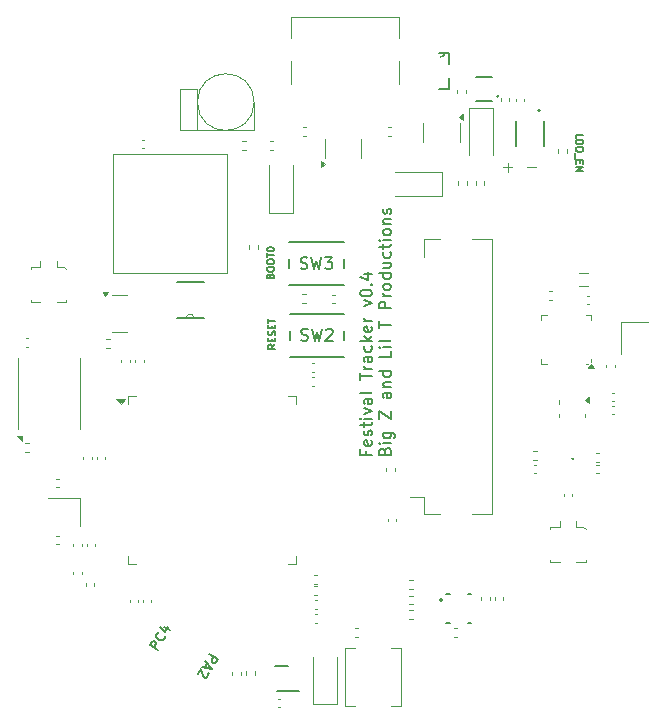
<source format=gbr>
%TF.GenerationSoftware,KiCad,Pcbnew,8.0.1*%
%TF.CreationDate,2024-09-23T16:13:28-04:00*%
%TF.ProjectId,stm32h7,73746d33-3268-4372-9e6b-696361645f70,rev?*%
%TF.SameCoordinates,Original*%
%TF.FileFunction,Legend,Top*%
%TF.FilePolarity,Positive*%
%FSLAX46Y46*%
G04 Gerber Fmt 4.6, Leading zero omitted, Abs format (unit mm)*
G04 Created by KiCad (PCBNEW 8.0.1) date 2024-09-23 16:13:28*
%MOMM*%
%LPD*%
G01*
G04 APERTURE LIST*
%ADD10C,0.150000*%
%ADD11C,0.200000*%
%ADD12C,0.100000*%
%ADD13C,0.152400*%
%ADD14C,0.120000*%
%ADD15C,0.127000*%
G04 APERTURE END LIST*
D10*
X114203037Y-95096727D02*
X113510216Y-94696727D01*
X113510216Y-94696727D02*
X113662597Y-94432795D01*
X113662597Y-94432795D02*
X113733684Y-94385860D01*
X113733684Y-94385860D02*
X113785723Y-94371916D01*
X113785723Y-94371916D02*
X113870753Y-94377020D01*
X113870753Y-94377020D02*
X113969728Y-94434163D01*
X113969728Y-94434163D02*
X114016663Y-94505250D01*
X114016663Y-94505250D02*
X114030607Y-94557289D01*
X114030607Y-94557289D02*
X114025503Y-94642319D01*
X114025503Y-94642319D02*
X113873122Y-94906251D01*
X114765625Y-93969914D02*
X114779569Y-94021953D01*
X114779569Y-94021953D02*
X114755418Y-94139975D01*
X114755418Y-94139975D02*
X114717322Y-94205958D01*
X114717322Y-94205958D02*
X114627188Y-94285885D01*
X114627188Y-94285885D02*
X114523110Y-94313772D01*
X114523110Y-94313772D02*
X114438079Y-94308669D01*
X114438079Y-94308669D02*
X114287066Y-94265470D01*
X114287066Y-94265470D02*
X114188092Y-94208327D01*
X114188092Y-94208327D02*
X114075173Y-94099145D01*
X114075173Y-94099145D02*
X114028238Y-94028058D01*
X114028238Y-94028058D02*
X114000351Y-93923980D01*
X114000351Y-93923980D02*
X114024502Y-93805958D01*
X114024502Y-93805958D02*
X114062597Y-93739975D01*
X114062597Y-93739975D02*
X114152732Y-93660048D01*
X114152732Y-93660048D02*
X114204771Y-93646105D01*
X114712585Y-93147497D02*
X115174465Y-93414163D01*
X114353415Y-93160073D02*
X114753049Y-93610745D01*
X114753049Y-93610745D02*
X115000668Y-93181856D01*
X118546962Y-95503272D02*
X119239783Y-95903272D01*
X119239783Y-95903272D02*
X119087402Y-96167204D01*
X119087402Y-96167204D02*
X119016315Y-96214139D01*
X119016315Y-96214139D02*
X118964276Y-96228083D01*
X118964276Y-96228083D02*
X118879246Y-96222979D01*
X118879246Y-96222979D02*
X118780271Y-96165836D01*
X118780271Y-96165836D02*
X118733336Y-96094749D01*
X118733336Y-96094749D02*
X118719392Y-96042710D01*
X118719392Y-96042710D02*
X118724496Y-95957680D01*
X118724496Y-95957680D02*
X118876877Y-95693748D01*
X118363959Y-96277387D02*
X118173483Y-96607301D01*
X118204105Y-96097118D02*
X118763592Y-96728058D01*
X118763592Y-96728058D02*
X117937439Y-96558998D01*
X118449990Y-97118851D02*
X118463934Y-97170890D01*
X118463934Y-97170890D02*
X118458830Y-97255921D01*
X118458830Y-97255921D02*
X118363592Y-97420878D01*
X118363592Y-97420878D02*
X118292506Y-97467813D01*
X118292506Y-97467813D02*
X118240467Y-97481757D01*
X118240467Y-97481757D02*
X118155436Y-97476653D01*
X118155436Y-97476653D02*
X118089453Y-97438558D01*
X118089453Y-97438558D02*
X118009527Y-97348424D01*
X118009527Y-97348424D02*
X117842201Y-96723955D01*
X117842201Y-96723955D02*
X117594582Y-97152844D01*
X123704485Y-63458458D02*
X123733057Y-63372744D01*
X123733057Y-63372744D02*
X123761628Y-63344173D01*
X123761628Y-63344173D02*
X123818771Y-63315601D01*
X123818771Y-63315601D02*
X123904485Y-63315601D01*
X123904485Y-63315601D02*
X123961628Y-63344173D01*
X123961628Y-63344173D02*
X123990200Y-63372744D01*
X123990200Y-63372744D02*
X124018771Y-63429887D01*
X124018771Y-63429887D02*
X124018771Y-63658458D01*
X124018771Y-63658458D02*
X123418771Y-63658458D01*
X123418771Y-63658458D02*
X123418771Y-63458458D01*
X123418771Y-63458458D02*
X123447342Y-63401316D01*
X123447342Y-63401316D02*
X123475914Y-63372744D01*
X123475914Y-63372744D02*
X123533057Y-63344173D01*
X123533057Y-63344173D02*
X123590200Y-63344173D01*
X123590200Y-63344173D02*
X123647342Y-63372744D01*
X123647342Y-63372744D02*
X123675914Y-63401316D01*
X123675914Y-63401316D02*
X123704485Y-63458458D01*
X123704485Y-63458458D02*
X123704485Y-63658458D01*
X123418771Y-62944173D02*
X123418771Y-62829887D01*
X123418771Y-62829887D02*
X123447342Y-62772744D01*
X123447342Y-62772744D02*
X123504485Y-62715601D01*
X123504485Y-62715601D02*
X123618771Y-62687030D01*
X123618771Y-62687030D02*
X123818771Y-62687030D01*
X123818771Y-62687030D02*
X123933057Y-62715601D01*
X123933057Y-62715601D02*
X123990200Y-62772744D01*
X123990200Y-62772744D02*
X124018771Y-62829887D01*
X124018771Y-62829887D02*
X124018771Y-62944173D01*
X124018771Y-62944173D02*
X123990200Y-63001316D01*
X123990200Y-63001316D02*
X123933057Y-63058458D01*
X123933057Y-63058458D02*
X123818771Y-63087030D01*
X123818771Y-63087030D02*
X123618771Y-63087030D01*
X123618771Y-63087030D02*
X123504485Y-63058458D01*
X123504485Y-63058458D02*
X123447342Y-63001316D01*
X123447342Y-63001316D02*
X123418771Y-62944173D01*
X123418771Y-62315602D02*
X123418771Y-62201316D01*
X123418771Y-62201316D02*
X123447342Y-62144173D01*
X123447342Y-62144173D02*
X123504485Y-62087030D01*
X123504485Y-62087030D02*
X123618771Y-62058459D01*
X123618771Y-62058459D02*
X123818771Y-62058459D01*
X123818771Y-62058459D02*
X123933057Y-62087030D01*
X123933057Y-62087030D02*
X123990200Y-62144173D01*
X123990200Y-62144173D02*
X124018771Y-62201316D01*
X124018771Y-62201316D02*
X124018771Y-62315602D01*
X124018771Y-62315602D02*
X123990200Y-62372745D01*
X123990200Y-62372745D02*
X123933057Y-62429887D01*
X123933057Y-62429887D02*
X123818771Y-62458459D01*
X123818771Y-62458459D02*
X123618771Y-62458459D01*
X123618771Y-62458459D02*
X123504485Y-62429887D01*
X123504485Y-62429887D02*
X123447342Y-62372745D01*
X123447342Y-62372745D02*
X123418771Y-62315602D01*
X123418771Y-61887031D02*
X123418771Y-61544174D01*
X124018771Y-61715602D02*
X123418771Y-61715602D01*
X123418771Y-61229888D02*
X123418771Y-61172745D01*
X123418771Y-61172745D02*
X123447342Y-61115602D01*
X123447342Y-61115602D02*
X123475914Y-61087031D01*
X123475914Y-61087031D02*
X123533057Y-61058459D01*
X123533057Y-61058459D02*
X123647342Y-61029888D01*
X123647342Y-61029888D02*
X123790200Y-61029888D01*
X123790200Y-61029888D02*
X123904485Y-61058459D01*
X123904485Y-61058459D02*
X123961628Y-61087031D01*
X123961628Y-61087031D02*
X123990200Y-61115602D01*
X123990200Y-61115602D02*
X124018771Y-61172745D01*
X124018771Y-61172745D02*
X124018771Y-61229888D01*
X124018771Y-61229888D02*
X123990200Y-61287031D01*
X123990200Y-61287031D02*
X123961628Y-61315602D01*
X123961628Y-61315602D02*
X123904485Y-61344173D01*
X123904485Y-61344173D02*
X123790200Y-61372745D01*
X123790200Y-61372745D02*
X123647342Y-61372745D01*
X123647342Y-61372745D02*
X123533057Y-61344173D01*
X123533057Y-61344173D02*
X123475914Y-61315602D01*
X123475914Y-61315602D02*
X123447342Y-61287031D01*
X123447342Y-61287031D02*
X123418771Y-61229888D01*
X124118771Y-69265601D02*
X123833057Y-69465601D01*
X124118771Y-69608458D02*
X123518771Y-69608458D01*
X123518771Y-69608458D02*
X123518771Y-69379887D01*
X123518771Y-69379887D02*
X123547342Y-69322744D01*
X123547342Y-69322744D02*
X123575914Y-69294173D01*
X123575914Y-69294173D02*
X123633057Y-69265601D01*
X123633057Y-69265601D02*
X123718771Y-69265601D01*
X123718771Y-69265601D02*
X123775914Y-69294173D01*
X123775914Y-69294173D02*
X123804485Y-69322744D01*
X123804485Y-69322744D02*
X123833057Y-69379887D01*
X123833057Y-69379887D02*
X123833057Y-69608458D01*
X123804485Y-69008458D02*
X123804485Y-68808458D01*
X124118771Y-68722744D02*
X124118771Y-69008458D01*
X124118771Y-69008458D02*
X123518771Y-69008458D01*
X123518771Y-69008458D02*
X123518771Y-68722744D01*
X124090200Y-68494173D02*
X124118771Y-68408459D01*
X124118771Y-68408459D02*
X124118771Y-68265601D01*
X124118771Y-68265601D02*
X124090200Y-68208459D01*
X124090200Y-68208459D02*
X124061628Y-68179887D01*
X124061628Y-68179887D02*
X124004485Y-68151316D01*
X124004485Y-68151316D02*
X123947342Y-68151316D01*
X123947342Y-68151316D02*
X123890200Y-68179887D01*
X123890200Y-68179887D02*
X123861628Y-68208459D01*
X123861628Y-68208459D02*
X123833057Y-68265601D01*
X123833057Y-68265601D02*
X123804485Y-68379887D01*
X123804485Y-68379887D02*
X123775914Y-68437030D01*
X123775914Y-68437030D02*
X123747342Y-68465601D01*
X123747342Y-68465601D02*
X123690200Y-68494173D01*
X123690200Y-68494173D02*
X123633057Y-68494173D01*
X123633057Y-68494173D02*
X123575914Y-68465601D01*
X123575914Y-68465601D02*
X123547342Y-68437030D01*
X123547342Y-68437030D02*
X123518771Y-68379887D01*
X123518771Y-68379887D02*
X123518771Y-68237030D01*
X123518771Y-68237030D02*
X123547342Y-68151316D01*
X123804485Y-67894172D02*
X123804485Y-67694172D01*
X124118771Y-67608458D02*
X124118771Y-67894172D01*
X124118771Y-67894172D02*
X123518771Y-67894172D01*
X123518771Y-67894172D02*
X123518771Y-67608458D01*
X123518771Y-67437030D02*
X123518771Y-67094173D01*
X124118771Y-67265601D02*
X123518771Y-67265601D01*
X149581228Y-51777255D02*
X149581228Y-51491541D01*
X149581228Y-51491541D02*
X150181228Y-51491541D01*
X149581228Y-51977255D02*
X150181228Y-51977255D01*
X150181228Y-51977255D02*
X150181228Y-52120112D01*
X150181228Y-52120112D02*
X150152657Y-52205826D01*
X150152657Y-52205826D02*
X150095514Y-52262969D01*
X150095514Y-52262969D02*
X150038371Y-52291540D01*
X150038371Y-52291540D02*
X149924085Y-52320112D01*
X149924085Y-52320112D02*
X149838371Y-52320112D01*
X149838371Y-52320112D02*
X149724085Y-52291540D01*
X149724085Y-52291540D02*
X149666942Y-52262969D01*
X149666942Y-52262969D02*
X149609800Y-52205826D01*
X149609800Y-52205826D02*
X149581228Y-52120112D01*
X149581228Y-52120112D02*
X149581228Y-51977255D01*
X150181228Y-52691540D02*
X150181228Y-52805826D01*
X150181228Y-52805826D02*
X150152657Y-52862969D01*
X150152657Y-52862969D02*
X150095514Y-52920112D01*
X150095514Y-52920112D02*
X149981228Y-52948683D01*
X149981228Y-52948683D02*
X149781228Y-52948683D01*
X149781228Y-52948683D02*
X149666942Y-52920112D01*
X149666942Y-52920112D02*
X149609800Y-52862969D01*
X149609800Y-52862969D02*
X149581228Y-52805826D01*
X149581228Y-52805826D02*
X149581228Y-52691540D01*
X149581228Y-52691540D02*
X149609800Y-52634398D01*
X149609800Y-52634398D02*
X149666942Y-52577255D01*
X149666942Y-52577255D02*
X149781228Y-52548683D01*
X149781228Y-52548683D02*
X149981228Y-52548683D01*
X149981228Y-52548683D02*
X150095514Y-52577255D01*
X150095514Y-52577255D02*
X150152657Y-52634398D01*
X150152657Y-52634398D02*
X150181228Y-52691540D01*
X149524085Y-53062969D02*
X149524085Y-53520111D01*
X149895514Y-53662969D02*
X149895514Y-53862969D01*
X149581228Y-53948683D02*
X149581228Y-53662969D01*
X149581228Y-53662969D02*
X150181228Y-53662969D01*
X150181228Y-53662969D02*
X150181228Y-53948683D01*
X149581228Y-54205826D02*
X150181228Y-54205826D01*
X150181228Y-54205826D02*
X149581228Y-54548683D01*
X149581228Y-54548683D02*
X150181228Y-54548683D01*
D11*
X131783465Y-78296993D02*
X131783465Y-78630326D01*
X132307275Y-78630326D02*
X131307275Y-78630326D01*
X131307275Y-78630326D02*
X131307275Y-78154136D01*
X132259656Y-77392231D02*
X132307275Y-77487469D01*
X132307275Y-77487469D02*
X132307275Y-77677945D01*
X132307275Y-77677945D02*
X132259656Y-77773183D01*
X132259656Y-77773183D02*
X132164417Y-77820802D01*
X132164417Y-77820802D02*
X131783465Y-77820802D01*
X131783465Y-77820802D02*
X131688227Y-77773183D01*
X131688227Y-77773183D02*
X131640608Y-77677945D01*
X131640608Y-77677945D02*
X131640608Y-77487469D01*
X131640608Y-77487469D02*
X131688227Y-77392231D01*
X131688227Y-77392231D02*
X131783465Y-77344612D01*
X131783465Y-77344612D02*
X131878703Y-77344612D01*
X131878703Y-77344612D02*
X131973941Y-77820802D01*
X132259656Y-76963659D02*
X132307275Y-76868421D01*
X132307275Y-76868421D02*
X132307275Y-76677945D01*
X132307275Y-76677945D02*
X132259656Y-76582707D01*
X132259656Y-76582707D02*
X132164417Y-76535088D01*
X132164417Y-76535088D02*
X132116798Y-76535088D01*
X132116798Y-76535088D02*
X132021560Y-76582707D01*
X132021560Y-76582707D02*
X131973941Y-76677945D01*
X131973941Y-76677945D02*
X131973941Y-76820802D01*
X131973941Y-76820802D02*
X131926322Y-76916040D01*
X131926322Y-76916040D02*
X131831084Y-76963659D01*
X131831084Y-76963659D02*
X131783465Y-76963659D01*
X131783465Y-76963659D02*
X131688227Y-76916040D01*
X131688227Y-76916040D02*
X131640608Y-76820802D01*
X131640608Y-76820802D02*
X131640608Y-76677945D01*
X131640608Y-76677945D02*
X131688227Y-76582707D01*
X131640608Y-76249373D02*
X131640608Y-75868421D01*
X131307275Y-76106516D02*
X132164417Y-76106516D01*
X132164417Y-76106516D02*
X132259656Y-76058897D01*
X132259656Y-76058897D02*
X132307275Y-75963659D01*
X132307275Y-75963659D02*
X132307275Y-75868421D01*
X132307275Y-75535087D02*
X131640608Y-75535087D01*
X131307275Y-75535087D02*
X131354894Y-75582706D01*
X131354894Y-75582706D02*
X131402513Y-75535087D01*
X131402513Y-75535087D02*
X131354894Y-75487468D01*
X131354894Y-75487468D02*
X131307275Y-75535087D01*
X131307275Y-75535087D02*
X131402513Y-75535087D01*
X131640608Y-75154135D02*
X132307275Y-74916040D01*
X132307275Y-74916040D02*
X131640608Y-74677945D01*
X132307275Y-73868421D02*
X131783465Y-73868421D01*
X131783465Y-73868421D02*
X131688227Y-73916040D01*
X131688227Y-73916040D02*
X131640608Y-74011278D01*
X131640608Y-74011278D02*
X131640608Y-74201754D01*
X131640608Y-74201754D02*
X131688227Y-74296992D01*
X132259656Y-73868421D02*
X132307275Y-73963659D01*
X132307275Y-73963659D02*
X132307275Y-74201754D01*
X132307275Y-74201754D02*
X132259656Y-74296992D01*
X132259656Y-74296992D02*
X132164417Y-74344611D01*
X132164417Y-74344611D02*
X132069179Y-74344611D01*
X132069179Y-74344611D02*
X131973941Y-74296992D01*
X131973941Y-74296992D02*
X131926322Y-74201754D01*
X131926322Y-74201754D02*
X131926322Y-73963659D01*
X131926322Y-73963659D02*
X131878703Y-73868421D01*
X132307275Y-73249373D02*
X132259656Y-73344611D01*
X132259656Y-73344611D02*
X132164417Y-73392230D01*
X132164417Y-73392230D02*
X131307275Y-73392230D01*
X131307275Y-72249372D02*
X131307275Y-71677944D01*
X132307275Y-71963658D02*
X131307275Y-71963658D01*
X132307275Y-71344610D02*
X131640608Y-71344610D01*
X131831084Y-71344610D02*
X131735846Y-71296991D01*
X131735846Y-71296991D02*
X131688227Y-71249372D01*
X131688227Y-71249372D02*
X131640608Y-71154134D01*
X131640608Y-71154134D02*
X131640608Y-71058896D01*
X132307275Y-70296991D02*
X131783465Y-70296991D01*
X131783465Y-70296991D02*
X131688227Y-70344610D01*
X131688227Y-70344610D02*
X131640608Y-70439848D01*
X131640608Y-70439848D02*
X131640608Y-70630324D01*
X131640608Y-70630324D02*
X131688227Y-70725562D01*
X132259656Y-70296991D02*
X132307275Y-70392229D01*
X132307275Y-70392229D02*
X132307275Y-70630324D01*
X132307275Y-70630324D02*
X132259656Y-70725562D01*
X132259656Y-70725562D02*
X132164417Y-70773181D01*
X132164417Y-70773181D02*
X132069179Y-70773181D01*
X132069179Y-70773181D02*
X131973941Y-70725562D01*
X131973941Y-70725562D02*
X131926322Y-70630324D01*
X131926322Y-70630324D02*
X131926322Y-70392229D01*
X131926322Y-70392229D02*
X131878703Y-70296991D01*
X132259656Y-69392229D02*
X132307275Y-69487467D01*
X132307275Y-69487467D02*
X132307275Y-69677943D01*
X132307275Y-69677943D02*
X132259656Y-69773181D01*
X132259656Y-69773181D02*
X132212036Y-69820800D01*
X132212036Y-69820800D02*
X132116798Y-69868419D01*
X132116798Y-69868419D02*
X131831084Y-69868419D01*
X131831084Y-69868419D02*
X131735846Y-69820800D01*
X131735846Y-69820800D02*
X131688227Y-69773181D01*
X131688227Y-69773181D02*
X131640608Y-69677943D01*
X131640608Y-69677943D02*
X131640608Y-69487467D01*
X131640608Y-69487467D02*
X131688227Y-69392229D01*
X132307275Y-68963657D02*
X131307275Y-68963657D01*
X131926322Y-68868419D02*
X132307275Y-68582705D01*
X131640608Y-68582705D02*
X132021560Y-68963657D01*
X132259656Y-67773181D02*
X132307275Y-67868419D01*
X132307275Y-67868419D02*
X132307275Y-68058895D01*
X132307275Y-68058895D02*
X132259656Y-68154133D01*
X132259656Y-68154133D02*
X132164417Y-68201752D01*
X132164417Y-68201752D02*
X131783465Y-68201752D01*
X131783465Y-68201752D02*
X131688227Y-68154133D01*
X131688227Y-68154133D02*
X131640608Y-68058895D01*
X131640608Y-68058895D02*
X131640608Y-67868419D01*
X131640608Y-67868419D02*
X131688227Y-67773181D01*
X131688227Y-67773181D02*
X131783465Y-67725562D01*
X131783465Y-67725562D02*
X131878703Y-67725562D01*
X131878703Y-67725562D02*
X131973941Y-68201752D01*
X132307275Y-67296990D02*
X131640608Y-67296990D01*
X131831084Y-67296990D02*
X131735846Y-67249371D01*
X131735846Y-67249371D02*
X131688227Y-67201752D01*
X131688227Y-67201752D02*
X131640608Y-67106514D01*
X131640608Y-67106514D02*
X131640608Y-67011276D01*
X131640608Y-66011275D02*
X132307275Y-65773180D01*
X132307275Y-65773180D02*
X131640608Y-65535085D01*
X131307275Y-64963656D02*
X131307275Y-64868418D01*
X131307275Y-64868418D02*
X131354894Y-64773180D01*
X131354894Y-64773180D02*
X131402513Y-64725561D01*
X131402513Y-64725561D02*
X131497751Y-64677942D01*
X131497751Y-64677942D02*
X131688227Y-64630323D01*
X131688227Y-64630323D02*
X131926322Y-64630323D01*
X131926322Y-64630323D02*
X132116798Y-64677942D01*
X132116798Y-64677942D02*
X132212036Y-64725561D01*
X132212036Y-64725561D02*
X132259656Y-64773180D01*
X132259656Y-64773180D02*
X132307275Y-64868418D01*
X132307275Y-64868418D02*
X132307275Y-64963656D01*
X132307275Y-64963656D02*
X132259656Y-65058894D01*
X132259656Y-65058894D02*
X132212036Y-65106513D01*
X132212036Y-65106513D02*
X132116798Y-65154132D01*
X132116798Y-65154132D02*
X131926322Y-65201751D01*
X131926322Y-65201751D02*
X131688227Y-65201751D01*
X131688227Y-65201751D02*
X131497751Y-65154132D01*
X131497751Y-65154132D02*
X131402513Y-65106513D01*
X131402513Y-65106513D02*
X131354894Y-65058894D01*
X131354894Y-65058894D02*
X131307275Y-64963656D01*
X132212036Y-64201751D02*
X132259656Y-64154132D01*
X132259656Y-64154132D02*
X132307275Y-64201751D01*
X132307275Y-64201751D02*
X132259656Y-64249370D01*
X132259656Y-64249370D02*
X132212036Y-64201751D01*
X132212036Y-64201751D02*
X132307275Y-64201751D01*
X131640608Y-63296990D02*
X132307275Y-63296990D01*
X131259656Y-63535085D02*
X131973941Y-63773180D01*
X131973941Y-63773180D02*
X131973941Y-63154133D01*
X133393409Y-78296993D02*
X133441028Y-78154136D01*
X133441028Y-78154136D02*
X133488647Y-78106517D01*
X133488647Y-78106517D02*
X133583885Y-78058898D01*
X133583885Y-78058898D02*
X133726742Y-78058898D01*
X133726742Y-78058898D02*
X133821980Y-78106517D01*
X133821980Y-78106517D02*
X133869600Y-78154136D01*
X133869600Y-78154136D02*
X133917219Y-78249374D01*
X133917219Y-78249374D02*
X133917219Y-78630326D01*
X133917219Y-78630326D02*
X132917219Y-78630326D01*
X132917219Y-78630326D02*
X132917219Y-78296993D01*
X132917219Y-78296993D02*
X132964838Y-78201755D01*
X132964838Y-78201755D02*
X133012457Y-78154136D01*
X133012457Y-78154136D02*
X133107695Y-78106517D01*
X133107695Y-78106517D02*
X133202933Y-78106517D01*
X133202933Y-78106517D02*
X133298171Y-78154136D01*
X133298171Y-78154136D02*
X133345790Y-78201755D01*
X133345790Y-78201755D02*
X133393409Y-78296993D01*
X133393409Y-78296993D02*
X133393409Y-78630326D01*
X133917219Y-77630326D02*
X133250552Y-77630326D01*
X132917219Y-77630326D02*
X132964838Y-77677945D01*
X132964838Y-77677945D02*
X133012457Y-77630326D01*
X133012457Y-77630326D02*
X132964838Y-77582707D01*
X132964838Y-77582707D02*
X132917219Y-77630326D01*
X132917219Y-77630326D02*
X133012457Y-77630326D01*
X133250552Y-76725565D02*
X134060076Y-76725565D01*
X134060076Y-76725565D02*
X134155314Y-76773184D01*
X134155314Y-76773184D02*
X134202933Y-76820803D01*
X134202933Y-76820803D02*
X134250552Y-76916041D01*
X134250552Y-76916041D02*
X134250552Y-77058898D01*
X134250552Y-77058898D02*
X134202933Y-77154136D01*
X133869600Y-76725565D02*
X133917219Y-76820803D01*
X133917219Y-76820803D02*
X133917219Y-77011279D01*
X133917219Y-77011279D02*
X133869600Y-77106517D01*
X133869600Y-77106517D02*
X133821980Y-77154136D01*
X133821980Y-77154136D02*
X133726742Y-77201755D01*
X133726742Y-77201755D02*
X133441028Y-77201755D01*
X133441028Y-77201755D02*
X133345790Y-77154136D01*
X133345790Y-77154136D02*
X133298171Y-77106517D01*
X133298171Y-77106517D02*
X133250552Y-77011279D01*
X133250552Y-77011279D02*
X133250552Y-76820803D01*
X133250552Y-76820803D02*
X133298171Y-76725565D01*
X132917219Y-75582707D02*
X132917219Y-74916041D01*
X132917219Y-74916041D02*
X133917219Y-75582707D01*
X133917219Y-75582707D02*
X133917219Y-74916041D01*
X133917219Y-73344612D02*
X133393409Y-73344612D01*
X133393409Y-73344612D02*
X133298171Y-73392231D01*
X133298171Y-73392231D02*
X133250552Y-73487469D01*
X133250552Y-73487469D02*
X133250552Y-73677945D01*
X133250552Y-73677945D02*
X133298171Y-73773183D01*
X133869600Y-73344612D02*
X133917219Y-73439850D01*
X133917219Y-73439850D02*
X133917219Y-73677945D01*
X133917219Y-73677945D02*
X133869600Y-73773183D01*
X133869600Y-73773183D02*
X133774361Y-73820802D01*
X133774361Y-73820802D02*
X133679123Y-73820802D01*
X133679123Y-73820802D02*
X133583885Y-73773183D01*
X133583885Y-73773183D02*
X133536266Y-73677945D01*
X133536266Y-73677945D02*
X133536266Y-73439850D01*
X133536266Y-73439850D02*
X133488647Y-73344612D01*
X133250552Y-72868421D02*
X133917219Y-72868421D01*
X133345790Y-72868421D02*
X133298171Y-72820802D01*
X133298171Y-72820802D02*
X133250552Y-72725564D01*
X133250552Y-72725564D02*
X133250552Y-72582707D01*
X133250552Y-72582707D02*
X133298171Y-72487469D01*
X133298171Y-72487469D02*
X133393409Y-72439850D01*
X133393409Y-72439850D02*
X133917219Y-72439850D01*
X133917219Y-71535088D02*
X132917219Y-71535088D01*
X133869600Y-71535088D02*
X133917219Y-71630326D01*
X133917219Y-71630326D02*
X133917219Y-71820802D01*
X133917219Y-71820802D02*
X133869600Y-71916040D01*
X133869600Y-71916040D02*
X133821980Y-71963659D01*
X133821980Y-71963659D02*
X133726742Y-72011278D01*
X133726742Y-72011278D02*
X133441028Y-72011278D01*
X133441028Y-72011278D02*
X133345790Y-71963659D01*
X133345790Y-71963659D02*
X133298171Y-71916040D01*
X133298171Y-71916040D02*
X133250552Y-71820802D01*
X133250552Y-71820802D02*
X133250552Y-71630326D01*
X133250552Y-71630326D02*
X133298171Y-71535088D01*
X133917219Y-69820802D02*
X133917219Y-70296992D01*
X133917219Y-70296992D02*
X132917219Y-70296992D01*
X133917219Y-69487468D02*
X133250552Y-69487468D01*
X132917219Y-69487468D02*
X132964838Y-69535087D01*
X132964838Y-69535087D02*
X133012457Y-69487468D01*
X133012457Y-69487468D02*
X132964838Y-69439849D01*
X132964838Y-69439849D02*
X132917219Y-69487468D01*
X132917219Y-69487468D02*
X133012457Y-69487468D01*
X133917219Y-68868421D02*
X133869600Y-68963659D01*
X133869600Y-68963659D02*
X133774361Y-69011278D01*
X133774361Y-69011278D02*
X132917219Y-69011278D01*
X132917219Y-67868420D02*
X132917219Y-67296992D01*
X133917219Y-67582706D02*
X132917219Y-67582706D01*
X133917219Y-66201753D02*
X132917219Y-66201753D01*
X132917219Y-66201753D02*
X132917219Y-65820801D01*
X132917219Y-65820801D02*
X132964838Y-65725563D01*
X132964838Y-65725563D02*
X133012457Y-65677944D01*
X133012457Y-65677944D02*
X133107695Y-65630325D01*
X133107695Y-65630325D02*
X133250552Y-65630325D01*
X133250552Y-65630325D02*
X133345790Y-65677944D01*
X133345790Y-65677944D02*
X133393409Y-65725563D01*
X133393409Y-65725563D02*
X133441028Y-65820801D01*
X133441028Y-65820801D02*
X133441028Y-66201753D01*
X133917219Y-65201753D02*
X133250552Y-65201753D01*
X133441028Y-65201753D02*
X133345790Y-65154134D01*
X133345790Y-65154134D02*
X133298171Y-65106515D01*
X133298171Y-65106515D02*
X133250552Y-65011277D01*
X133250552Y-65011277D02*
X133250552Y-64916039D01*
X133917219Y-64439848D02*
X133869600Y-64535086D01*
X133869600Y-64535086D02*
X133821980Y-64582705D01*
X133821980Y-64582705D02*
X133726742Y-64630324D01*
X133726742Y-64630324D02*
X133441028Y-64630324D01*
X133441028Y-64630324D02*
X133345790Y-64582705D01*
X133345790Y-64582705D02*
X133298171Y-64535086D01*
X133298171Y-64535086D02*
X133250552Y-64439848D01*
X133250552Y-64439848D02*
X133250552Y-64296991D01*
X133250552Y-64296991D02*
X133298171Y-64201753D01*
X133298171Y-64201753D02*
X133345790Y-64154134D01*
X133345790Y-64154134D02*
X133441028Y-64106515D01*
X133441028Y-64106515D02*
X133726742Y-64106515D01*
X133726742Y-64106515D02*
X133821980Y-64154134D01*
X133821980Y-64154134D02*
X133869600Y-64201753D01*
X133869600Y-64201753D02*
X133917219Y-64296991D01*
X133917219Y-64296991D02*
X133917219Y-64439848D01*
X133917219Y-63249372D02*
X132917219Y-63249372D01*
X133869600Y-63249372D02*
X133917219Y-63344610D01*
X133917219Y-63344610D02*
X133917219Y-63535086D01*
X133917219Y-63535086D02*
X133869600Y-63630324D01*
X133869600Y-63630324D02*
X133821980Y-63677943D01*
X133821980Y-63677943D02*
X133726742Y-63725562D01*
X133726742Y-63725562D02*
X133441028Y-63725562D01*
X133441028Y-63725562D02*
X133345790Y-63677943D01*
X133345790Y-63677943D02*
X133298171Y-63630324D01*
X133298171Y-63630324D02*
X133250552Y-63535086D01*
X133250552Y-63535086D02*
X133250552Y-63344610D01*
X133250552Y-63344610D02*
X133298171Y-63249372D01*
X133250552Y-62344610D02*
X133917219Y-62344610D01*
X133250552Y-62773181D02*
X133774361Y-62773181D01*
X133774361Y-62773181D02*
X133869600Y-62725562D01*
X133869600Y-62725562D02*
X133917219Y-62630324D01*
X133917219Y-62630324D02*
X133917219Y-62487467D01*
X133917219Y-62487467D02*
X133869600Y-62392229D01*
X133869600Y-62392229D02*
X133821980Y-62344610D01*
X133869600Y-61439848D02*
X133917219Y-61535086D01*
X133917219Y-61535086D02*
X133917219Y-61725562D01*
X133917219Y-61725562D02*
X133869600Y-61820800D01*
X133869600Y-61820800D02*
X133821980Y-61868419D01*
X133821980Y-61868419D02*
X133726742Y-61916038D01*
X133726742Y-61916038D02*
X133441028Y-61916038D01*
X133441028Y-61916038D02*
X133345790Y-61868419D01*
X133345790Y-61868419D02*
X133298171Y-61820800D01*
X133298171Y-61820800D02*
X133250552Y-61725562D01*
X133250552Y-61725562D02*
X133250552Y-61535086D01*
X133250552Y-61535086D02*
X133298171Y-61439848D01*
X133250552Y-61154133D02*
X133250552Y-60773181D01*
X132917219Y-61011276D02*
X133774361Y-61011276D01*
X133774361Y-61011276D02*
X133869600Y-60963657D01*
X133869600Y-60963657D02*
X133917219Y-60868419D01*
X133917219Y-60868419D02*
X133917219Y-60773181D01*
X133917219Y-60439847D02*
X133250552Y-60439847D01*
X132917219Y-60439847D02*
X132964838Y-60487466D01*
X132964838Y-60487466D02*
X133012457Y-60439847D01*
X133012457Y-60439847D02*
X132964838Y-60392228D01*
X132964838Y-60392228D02*
X132917219Y-60439847D01*
X132917219Y-60439847D02*
X133012457Y-60439847D01*
X133917219Y-59820800D02*
X133869600Y-59916038D01*
X133869600Y-59916038D02*
X133821980Y-59963657D01*
X133821980Y-59963657D02*
X133726742Y-60011276D01*
X133726742Y-60011276D02*
X133441028Y-60011276D01*
X133441028Y-60011276D02*
X133345790Y-59963657D01*
X133345790Y-59963657D02*
X133298171Y-59916038D01*
X133298171Y-59916038D02*
X133250552Y-59820800D01*
X133250552Y-59820800D02*
X133250552Y-59677943D01*
X133250552Y-59677943D02*
X133298171Y-59582705D01*
X133298171Y-59582705D02*
X133345790Y-59535086D01*
X133345790Y-59535086D02*
X133441028Y-59487467D01*
X133441028Y-59487467D02*
X133726742Y-59487467D01*
X133726742Y-59487467D02*
X133821980Y-59535086D01*
X133821980Y-59535086D02*
X133869600Y-59582705D01*
X133869600Y-59582705D02*
X133917219Y-59677943D01*
X133917219Y-59677943D02*
X133917219Y-59820800D01*
X133250552Y-59058895D02*
X133917219Y-59058895D01*
X133345790Y-59058895D02*
X133298171Y-59011276D01*
X133298171Y-59011276D02*
X133250552Y-58916038D01*
X133250552Y-58916038D02*
X133250552Y-58773181D01*
X133250552Y-58773181D02*
X133298171Y-58677943D01*
X133298171Y-58677943D02*
X133393409Y-58630324D01*
X133393409Y-58630324D02*
X133917219Y-58630324D01*
X133869600Y-58201752D02*
X133917219Y-58106514D01*
X133917219Y-58106514D02*
X133917219Y-57916038D01*
X133917219Y-57916038D02*
X133869600Y-57820800D01*
X133869600Y-57820800D02*
X133774361Y-57773181D01*
X133774361Y-57773181D02*
X133726742Y-57773181D01*
X133726742Y-57773181D02*
X133631504Y-57820800D01*
X133631504Y-57820800D02*
X133583885Y-57916038D01*
X133583885Y-57916038D02*
X133583885Y-58058895D01*
X133583885Y-58058895D02*
X133536266Y-58154133D01*
X133536266Y-58154133D02*
X133441028Y-58201752D01*
X133441028Y-58201752D02*
X133393409Y-58201752D01*
X133393409Y-58201752D02*
X133298171Y-58154133D01*
X133298171Y-58154133D02*
X133250552Y-58058895D01*
X133250552Y-58058895D02*
X133250552Y-57916038D01*
X133250552Y-57916038D02*
X133298171Y-57820800D01*
D10*
X126316666Y-68898700D02*
X126459523Y-68946319D01*
X126459523Y-68946319D02*
X126697618Y-68946319D01*
X126697618Y-68946319D02*
X126792856Y-68898700D01*
X126792856Y-68898700D02*
X126840475Y-68851080D01*
X126840475Y-68851080D02*
X126888094Y-68755842D01*
X126888094Y-68755842D02*
X126888094Y-68660604D01*
X126888094Y-68660604D02*
X126840475Y-68565366D01*
X126840475Y-68565366D02*
X126792856Y-68517747D01*
X126792856Y-68517747D02*
X126697618Y-68470128D01*
X126697618Y-68470128D02*
X126507142Y-68422509D01*
X126507142Y-68422509D02*
X126411904Y-68374890D01*
X126411904Y-68374890D02*
X126364285Y-68327271D01*
X126364285Y-68327271D02*
X126316666Y-68232033D01*
X126316666Y-68232033D02*
X126316666Y-68136795D01*
X126316666Y-68136795D02*
X126364285Y-68041557D01*
X126364285Y-68041557D02*
X126411904Y-67993938D01*
X126411904Y-67993938D02*
X126507142Y-67946319D01*
X126507142Y-67946319D02*
X126745237Y-67946319D01*
X126745237Y-67946319D02*
X126888094Y-67993938D01*
X127221428Y-67946319D02*
X127459523Y-68946319D01*
X127459523Y-68946319D02*
X127649999Y-68232033D01*
X127649999Y-68232033D02*
X127840475Y-68946319D01*
X127840475Y-68946319D02*
X128078571Y-67946319D01*
X128411904Y-68041557D02*
X128459523Y-67993938D01*
X128459523Y-67993938D02*
X128554761Y-67946319D01*
X128554761Y-67946319D02*
X128792856Y-67946319D01*
X128792856Y-67946319D02*
X128888094Y-67993938D01*
X128888094Y-67993938D02*
X128935713Y-68041557D01*
X128935713Y-68041557D02*
X128983332Y-68136795D01*
X128983332Y-68136795D02*
X128983332Y-68232033D01*
X128983332Y-68232033D02*
X128935713Y-68374890D01*
X128935713Y-68374890D02*
X128364285Y-68946319D01*
X128364285Y-68946319D02*
X128983332Y-68946319D01*
X126266666Y-62832199D02*
X126409523Y-62879818D01*
X126409523Y-62879818D02*
X126647618Y-62879818D01*
X126647618Y-62879818D02*
X126742856Y-62832199D01*
X126742856Y-62832199D02*
X126790475Y-62784579D01*
X126790475Y-62784579D02*
X126838094Y-62689341D01*
X126838094Y-62689341D02*
X126838094Y-62594103D01*
X126838094Y-62594103D02*
X126790475Y-62498865D01*
X126790475Y-62498865D02*
X126742856Y-62451246D01*
X126742856Y-62451246D02*
X126647618Y-62403627D01*
X126647618Y-62403627D02*
X126457142Y-62356008D01*
X126457142Y-62356008D02*
X126361904Y-62308389D01*
X126361904Y-62308389D02*
X126314285Y-62260770D01*
X126314285Y-62260770D02*
X126266666Y-62165532D01*
X126266666Y-62165532D02*
X126266666Y-62070294D01*
X126266666Y-62070294D02*
X126314285Y-61975056D01*
X126314285Y-61975056D02*
X126361904Y-61927437D01*
X126361904Y-61927437D02*
X126457142Y-61879818D01*
X126457142Y-61879818D02*
X126695237Y-61879818D01*
X126695237Y-61879818D02*
X126838094Y-61927437D01*
X127171428Y-61879818D02*
X127409523Y-62879818D01*
X127409523Y-62879818D02*
X127599999Y-62165532D01*
X127599999Y-62165532D02*
X127790475Y-62879818D01*
X127790475Y-62879818D02*
X128028571Y-61879818D01*
X128314285Y-61879818D02*
X128933332Y-61879818D01*
X128933332Y-61879818D02*
X128599999Y-62260770D01*
X128599999Y-62260770D02*
X128742856Y-62260770D01*
X128742856Y-62260770D02*
X128838094Y-62308389D01*
X128838094Y-62308389D02*
X128885713Y-62356008D01*
X128885713Y-62356008D02*
X128933332Y-62451246D01*
X128933332Y-62451246D02*
X128933332Y-62689341D01*
X128933332Y-62689341D02*
X128885713Y-62784579D01*
X128885713Y-62784579D02*
X128838094Y-62832199D01*
X128838094Y-62832199D02*
X128742856Y-62879818D01*
X128742856Y-62879818D02*
X128457142Y-62879818D01*
X128457142Y-62879818D02*
X128361904Y-62832199D01*
X128361904Y-62832199D02*
X128314285Y-62784579D01*
D12*
X145453884Y-54241466D02*
X146215789Y-54241466D01*
X143403884Y-54241466D02*
X144165789Y-54241466D01*
X143784836Y-54622419D02*
X143784836Y-53860514D01*
D13*
%TO.C,SW2*%
X125325899Y-68104841D02*
X125325899Y-68878159D01*
X125325899Y-70320300D02*
X129974099Y-70320300D01*
X129974099Y-66662700D02*
X125325899Y-66662700D01*
X129974099Y-68878159D02*
X129974099Y-68104841D01*
%TO.C,SW3*%
X125275899Y-62038340D02*
X125275899Y-62811658D01*
X125275899Y-64253799D02*
X129924099Y-64253799D01*
X129924099Y-60596199D02*
X125275899Y-60596199D01*
X129924099Y-62811658D02*
X129924099Y-62038340D01*
D14*
%TO.C,C27*%
X127192164Y-72040000D02*
X127407836Y-72040000D01*
X127192164Y-72760000D02*
X127407836Y-72760000D01*
%TO.C,C33*%
X139272164Y-93290000D02*
X139487836Y-93290000D01*
X139272164Y-94010000D02*
X139487836Y-94010000D01*
%TO.C,C11*%
X102992164Y-68740000D02*
X103207836Y-68740000D01*
X102992164Y-69460000D02*
X103207836Y-69460000D01*
%TO.C,C14*%
X124342164Y-99240000D02*
X124557836Y-99240000D01*
X124342164Y-99960000D02*
X124557836Y-99960000D01*
%TO.C,C39*%
X141540000Y-90887836D02*
X141540000Y-90672164D01*
X142260000Y-90887836D02*
X142260000Y-90672164D01*
%TO.C,R18*%
X102946359Y-77620000D02*
X103253641Y-77620000D01*
X102946359Y-78380000D02*
X103253641Y-78380000D01*
%TO.C,C16*%
X123692164Y-52040000D02*
X123907836Y-52040000D01*
X123692164Y-52760000D02*
X123907836Y-52760000D01*
%TO.C,R1*%
X126386359Y-65020000D02*
X126693641Y-65020000D01*
X126386359Y-65780000D02*
X126693641Y-65780000D01*
%TO.C,C18*%
X147507836Y-64740000D02*
X147292164Y-64740000D01*
X147507836Y-65460000D02*
X147292164Y-65460000D01*
%TO.C,R12*%
X151246359Y-78420000D02*
X151553641Y-78420000D01*
X151246359Y-79180000D02*
X151553641Y-79180000D01*
%TO.C,L4*%
X149820378Y-63210000D02*
X150619622Y-63210000D01*
X149820378Y-64330000D02*
X150619622Y-64330000D01*
%TO.C,J4*%
X147400000Y-84700000D02*
X148200000Y-84700000D01*
X147400000Y-84900000D02*
X147400000Y-84700000D01*
X147400000Y-87700000D02*
X147400000Y-87500000D01*
X148200000Y-84700000D02*
X148200000Y-84200000D01*
X148200000Y-87700000D02*
X147400000Y-87700000D01*
X149600000Y-84700000D02*
X149600000Y-84200000D01*
X149600000Y-84700000D02*
X150200000Y-84700000D01*
X150200000Y-84700000D02*
X150400000Y-84900000D01*
X150400000Y-87500000D02*
X150400000Y-87700000D01*
X150400000Y-87700000D02*
X149600000Y-87700000D01*
%TO.C,D4*%
X138260000Y-54700000D02*
X134250000Y-54700000D01*
X138260000Y-56700000D02*
X134250000Y-56700000D01*
X138260000Y-56700000D02*
X138260000Y-54700000D01*
%TO.C,R9*%
X141070000Y-55446359D02*
X141070000Y-55753641D01*
X141830000Y-55446359D02*
X141830000Y-55753641D01*
%TO.C,R7*%
X133646359Y-50820000D02*
X133953641Y-50820000D01*
X133646359Y-51580000D02*
X133953641Y-51580000D01*
%TO.C,C30*%
X127422164Y-89740000D02*
X127637836Y-89740000D01*
X127422164Y-90460000D02*
X127637836Y-90460000D01*
%TO.C,J5*%
X136700000Y-60350000D02*
X138040000Y-60350000D01*
X136700000Y-61840000D02*
X136700000Y-60350000D01*
X136700000Y-82160000D02*
X135500000Y-82160000D01*
X136700000Y-82160000D02*
X136700000Y-83650000D01*
X136700000Y-83650000D02*
X138040000Y-83650000D01*
X140760000Y-83650000D02*
X142500000Y-83650000D01*
X142500000Y-60350000D02*
X140760000Y-60350000D01*
X142500000Y-83650000D02*
X142500000Y-60350000D01*
%TO.C,U4*%
X136640000Y-51287500D02*
X136640000Y-50487500D01*
X136640000Y-51287500D02*
X136640000Y-52087500D01*
X139760000Y-51287500D02*
X139760000Y-50487500D01*
X139760000Y-51287500D02*
X139760000Y-52087500D01*
X140040000Y-50227500D02*
X139710000Y-49987500D01*
X140040000Y-49747500D01*
X140040000Y-50227500D01*
G36*
X140040000Y-50227500D02*
G01*
X139710000Y-49987500D01*
X140040000Y-49747500D01*
X140040000Y-50227500D01*
G37*
%TO.C,Y1*%
X107550000Y-82300000D02*
X104850000Y-82300000D01*
X107550000Y-84600000D02*
X107550000Y-82300000D01*
%TO.C,C29*%
X127422164Y-88790000D02*
X127637836Y-88790000D01*
X127422164Y-89510000D02*
X127637836Y-89510000D01*
%TO.C,C3*%
X139540000Y-47937836D02*
X139540000Y-47722164D01*
X140260000Y-47937836D02*
X140260000Y-47722164D01*
%TO.C,C4*%
X105592164Y-85440000D02*
X105807836Y-85440000D01*
X105592164Y-86160000D02*
X105807836Y-86160000D01*
D13*
%TO.C,U7*%
X137997600Y-47598600D02*
X138861200Y-47598600D01*
X138454800Y-44601400D02*
X137997600Y-44601400D01*
X138861200Y-44601400D02*
X138454800Y-44601400D01*
X138861200Y-45490400D02*
X138861200Y-44601400D01*
X138861200Y-47598600D02*
X138861200Y-46709600D01*
X138454800Y-44601400D02*
G75*
G02*
X138124600Y-44906200I-304748J-1115D01*
G01*
D14*
%TO.C,C20*%
X152592164Y-74440000D02*
X152807836Y-74440000D01*
X152592164Y-75160000D02*
X152807836Y-75160000D01*
%TO.C,C38*%
X142690000Y-90887836D02*
X142690000Y-90672164D01*
X143410000Y-90887836D02*
X143410000Y-90672164D01*
%TO.C,C24*%
X133640000Y-84022164D02*
X133640000Y-84237836D01*
X134360000Y-84022164D02*
X134360000Y-84237836D01*
%TO.C,C2*%
X127657836Y-90940000D02*
X127442164Y-90940000D01*
X127657836Y-91660000D02*
X127442164Y-91660000D01*
D13*
%TO.C,U12*%
X149230452Y-78940260D02*
G75*
G02*
X149369546Y-78940260I69547J-31140D01*
G01*
D14*
%TO.C,R8*%
X139620000Y-55446359D02*
X139620000Y-55753641D01*
X140380000Y-55446359D02*
X140380000Y-55753641D01*
%TO.C,C9*%
X108140000Y-86142164D02*
X108140000Y-86357836D01*
X108860000Y-86142164D02*
X108860000Y-86357836D01*
%TO.C,U3*%
X128290000Y-52662500D02*
X128290000Y-51862500D01*
X128290000Y-52662500D02*
X128290000Y-53462500D01*
X131410000Y-52662500D02*
X131410000Y-51862500D01*
X131410000Y-52662500D02*
X131410000Y-53462500D01*
X128340000Y-53962500D02*
X128010000Y-54202500D01*
X128010000Y-53722500D01*
X128340000Y-53962500D01*
G36*
X128340000Y-53962500D02*
G01*
X128010000Y-54202500D01*
X128010000Y-53722500D01*
X128340000Y-53962500D01*
G37*
D13*
%TO.C,U5*%
X115757000Y-66998600D02*
X116595200Y-66998600D01*
X116595200Y-66998600D02*
X117204800Y-66998600D01*
X117204800Y-66998600D02*
X118043000Y-66998600D01*
X118043000Y-64001400D02*
X115757000Y-64001400D01*
D12*
X116595200Y-66998600D02*
G75*
G02*
X117204800Y-66998600I304800J0D01*
G01*
D14*
%TO.C,Q1_Xtal1*%
X153380000Y-67400000D02*
X153380000Y-70100000D01*
X155680000Y-67400000D02*
X153380000Y-67400000D01*
%TO.C,R11*%
X148070000Y-52746359D02*
X148070000Y-53053641D01*
X148830000Y-52746359D02*
X148830000Y-53053641D01*
%TO.C,R19*%
X133470000Y-79696359D02*
X133470000Y-80003641D01*
X134230000Y-79696359D02*
X134230000Y-80003641D01*
%TO.C,C23*%
X152592164Y-73340000D02*
X152807836Y-73340000D01*
X152592164Y-74060000D02*
X152807836Y-74060000D01*
%TO.C,R16*%
X135446359Y-89220000D02*
X135753641Y-89220000D01*
X135446359Y-89980000D02*
X135753641Y-89980000D01*
%TO.C,C5*%
X105807836Y-80640000D02*
X105592164Y-80640000D01*
X105807836Y-81360000D02*
X105592164Y-81360000D01*
%TO.C,R15*%
X135446359Y-91770000D02*
X135753641Y-91770000D01*
X135446359Y-92530000D02*
X135753641Y-92530000D01*
%TO.C,C12*%
X143190000Y-48637836D02*
X143190000Y-48422164D01*
X143910000Y-48637836D02*
X143910000Y-48422164D01*
%TO.C,C34*%
X112240000Y-70757836D02*
X112240000Y-70542164D01*
X112960000Y-70757836D02*
X112960000Y-70542164D01*
%TO.C,D1*%
X140550000Y-49240000D02*
X140550000Y-53250000D01*
X142550000Y-49240000D02*
X140550000Y-49240000D01*
X142550000Y-49240000D02*
X142550000Y-53250000D01*
%TO.C,D3*%
X127350000Y-99710000D02*
X127350000Y-95700000D01*
X127350000Y-99710000D02*
X129350000Y-99710000D01*
X129350000Y-99710000D02*
X129350000Y-95700000D01*
%TO.C,C10*%
X106990000Y-86142164D02*
X106990000Y-86357836D01*
X107710000Y-86142164D02*
X107710000Y-86357836D01*
%TO.C,R2*%
X121670000Y-96946359D02*
X121670000Y-97253641D01*
X122430000Y-96946359D02*
X122430000Y-97253641D01*
%TO.C,C13*%
X144490000Y-48657836D02*
X144490000Y-48442164D01*
X145210000Y-48657836D02*
X145210000Y-48442164D01*
%TO.C,C22*%
X120490000Y-96992164D02*
X120490000Y-97207836D01*
X121210000Y-96992164D02*
X121210000Y-97207836D01*
%TO.C,C19*%
X148540000Y-82107836D02*
X148540000Y-81892164D01*
X149260000Y-82107836D02*
X149260000Y-81892164D01*
%TO.C,C32*%
X146207836Y-79440000D02*
X145992164Y-79440000D01*
X146207836Y-80160000D02*
X145992164Y-80160000D01*
%TO.C,R4*%
X121920000Y-60846359D02*
X121920000Y-61153641D01*
X122680000Y-60846359D02*
X122680000Y-61153641D01*
%TO.C,R3*%
X121643641Y-52020000D02*
X121336359Y-52020000D01*
X121643641Y-52780000D02*
X121336359Y-52780000D01*
%TO.C,D2*%
X123600000Y-58110000D02*
X123600000Y-54100000D01*
X123600000Y-58110000D02*
X125600000Y-58110000D01*
X125600000Y-58110000D02*
X125600000Y-54100000D01*
%TO.C,ATGM336H1*%
D12*
X110350000Y-53150000D02*
X120050000Y-53150000D01*
X120050000Y-63250000D01*
X110350000Y-63250000D01*
X110350000Y-53150000D01*
D14*
%TO.C,C15*%
X113027836Y-51940000D02*
X112812164Y-51940000D01*
X113027836Y-52660000D02*
X112812164Y-52660000D01*
%TO.C,C31*%
X151292164Y-79440000D02*
X151507836Y-79440000D01*
X151292164Y-80160000D02*
X151507836Y-80160000D01*
%TO.C,R10*%
X110103641Y-68820000D02*
X109796359Y-68820000D01*
X110103641Y-69580000D02*
X109796359Y-69580000D01*
D11*
%TO.C,U11*%
X125225000Y-96475000D02*
X124125002Y-96475000D01*
X126150002Y-98599999D02*
X124225002Y-98599999D01*
D15*
%TO.C,U2*%
X142450000Y-46604674D02*
X141150000Y-46604674D01*
X142450000Y-48682674D02*
X141150000Y-48682674D01*
D10*
X143020709Y-48243674D02*
G75*
G02*
X142879291Y-48243674I-70709J0D01*
G01*
X142879291Y-48243674D02*
G75*
G02*
X143020709Y-48243674I70709J0D01*
G01*
D14*
%TO.C,L1*%
X130040000Y-94940000D02*
X130890000Y-94940000D01*
X130040000Y-99860000D02*
X130040000Y-94940000D01*
X130040000Y-99860000D02*
X130890000Y-99860000D01*
X134760000Y-94940000D02*
X133910000Y-94940000D01*
X134760000Y-99860000D02*
X133910000Y-99860000D01*
X134760000Y-99860000D02*
X134760000Y-94940000D01*
%TO.C,U9*%
X102340000Y-76450000D02*
X102340000Y-70450000D01*
X107560000Y-76450000D02*
X107560000Y-70450000D01*
X102690000Y-77460000D02*
X102210000Y-76980000D01*
X102690000Y-76980000D01*
X102690000Y-77460000D01*
G36*
X102690000Y-77460000D02*
G01*
X102210000Y-76980000D01*
X102690000Y-76980000D01*
X102690000Y-77460000D01*
G37*
%TO.C,FL1*%
X148140000Y-74290000D02*
X148140000Y-73965000D01*
X148140000Y-75110000D02*
X148140000Y-75435000D01*
X150360000Y-75110000D02*
X150360000Y-75435000D01*
X150700000Y-74200000D02*
X150370000Y-73960000D01*
X150700000Y-73720000D01*
X150700000Y-74200000D01*
G36*
X150700000Y-74200000D02*
G01*
X150370000Y-73960000D01*
X150700000Y-73720000D01*
X150700000Y-74200000D01*
G37*
D12*
%TO.C,BT1*%
X116025000Y-47645000D02*
X117525000Y-47645000D01*
X116025000Y-51145000D02*
X116025000Y-47645000D01*
X117525000Y-47645000D02*
X117525000Y-48745000D01*
X117525000Y-48745000D02*
X117525000Y-51145000D01*
X117525000Y-51145000D02*
X116025000Y-51145000D01*
X117525000Y-51145000D02*
X119925000Y-51145000D01*
X119925000Y-51145000D02*
X122325000Y-51145000D01*
X122325000Y-48745000D02*
X122325000Y-51145000D01*
X122325000Y-48745000D02*
G75*
G02*
X117525000Y-48745000I-2400000J0D01*
G01*
X117525000Y-48745000D02*
G75*
G02*
X122325000Y-48745000I2400000J0D01*
G01*
D14*
%TO.C,C1*%
X127657836Y-92090000D02*
X127442164Y-92090000D01*
X127657836Y-92810000D02*
X127442164Y-92810000D01*
%TO.C,C35*%
X107840000Y-78772164D02*
X107840000Y-78987836D01*
X108560000Y-78772164D02*
X108560000Y-78987836D01*
%TO.C,C17*%
X152140000Y-70992164D02*
X152140000Y-71207836D01*
X152860000Y-70992164D02*
X152860000Y-71207836D01*
%TO.C,J1*%
X125445000Y-41580000D02*
X134605000Y-41580000D01*
X125445000Y-43285000D02*
X125445000Y-41580000D01*
X125445000Y-45295000D02*
X125445000Y-47215000D01*
X134605000Y-41580000D02*
X134605000Y-43285000D01*
X134605000Y-47215000D02*
X134605000Y-45295000D01*
%TO.C,Q1*%
X110900000Y-65077500D02*
X110250000Y-65077500D01*
X110900000Y-65077500D02*
X111550000Y-65077500D01*
X110900000Y-68197500D02*
X110250000Y-68197500D01*
X110900000Y-68197500D02*
X111550000Y-68197500D01*
X109737500Y-65127500D02*
X109497500Y-64797500D01*
X109977500Y-64797500D01*
X109737500Y-65127500D01*
G36*
X109737500Y-65127500D02*
G01*
X109497500Y-64797500D01*
X109977500Y-64797500D01*
X109737500Y-65127500D01*
G37*
%TO.C,C28*%
X111090000Y-70757836D02*
X111090000Y-70542164D01*
X111810000Y-70757836D02*
X111810000Y-70542164D01*
%TO.C,R13*%
X146253641Y-78320000D02*
X145946359Y-78320000D01*
X146253641Y-79080000D02*
X145946359Y-79080000D01*
%TO.C,C6*%
X128942164Y-65040000D02*
X129157836Y-65040000D01*
X128942164Y-65760000D02*
X129157836Y-65760000D01*
%TO.C,R6*%
X126753641Y-50820000D02*
X126446359Y-50820000D01*
X126753641Y-51580000D02*
X126446359Y-51580000D01*
%TO.C,R5*%
X130846359Y-93270000D02*
X131153641Y-93270000D01*
X130846359Y-94030000D02*
X131153641Y-94030000D01*
%TO.C,C25*%
X112890000Y-90872164D02*
X112890000Y-91087836D01*
X113610000Y-90872164D02*
X113610000Y-91087836D01*
%TO.C,R17*%
X135436359Y-90520000D02*
X135743641Y-90520000D01*
X135436359Y-91280000D02*
X135743641Y-91280000D01*
%TO.C,C37*%
X111790000Y-90872164D02*
X111790000Y-91087836D01*
X112510000Y-90872164D02*
X112510000Y-91087836D01*
%TO.C,C8*%
X108090000Y-89472164D02*
X108090000Y-89687836D01*
X108810000Y-89472164D02*
X108810000Y-89687836D01*
D15*
%TO.C,U8*%
X138915000Y-90411000D02*
X138605000Y-90411000D01*
X138915000Y-92889000D02*
X138605000Y-92889000D01*
X140395000Y-90411000D02*
X140705000Y-90411000D01*
X140395000Y-92889000D02*
X140705000Y-92889000D01*
D11*
X138255000Y-90900000D02*
G75*
G02*
X138055000Y-90900000I-100000J0D01*
G01*
X138055000Y-90900000D02*
G75*
G02*
X138255000Y-90900000I100000J0D01*
G01*
D14*
%TO.C,C7*%
X106990000Y-88522164D02*
X106990000Y-88737836D01*
X107710000Y-88522164D02*
X107710000Y-88737836D01*
%TO.C,U1*%
X111640000Y-73615000D02*
X111640000Y-74315000D01*
X111640000Y-87835000D02*
X111640000Y-87135000D01*
X112340000Y-73615000D02*
X111640000Y-73615000D01*
X112340000Y-87835000D02*
X111640000Y-87835000D01*
X125160000Y-73615000D02*
X125860000Y-73615000D01*
X125160000Y-87835000D02*
X125860000Y-87835000D01*
X125860000Y-73615000D02*
X125860000Y-74315000D01*
X125860000Y-87835000D02*
X125860000Y-87135000D01*
X111012500Y-74315000D02*
X110672500Y-73845000D01*
X111352500Y-73845000D01*
X111012500Y-74315000D01*
G36*
X111012500Y-74315000D02*
G01*
X110672500Y-73845000D01*
X111352500Y-73845000D01*
X111012500Y-74315000D01*
G37*
%TO.C,C26*%
X127192164Y-70840000D02*
X127407836Y-70840000D01*
X127192164Y-71560000D02*
X127407836Y-71560000D01*
%TO.C,U6*%
X146650000Y-66730000D02*
X146650000Y-67205000D01*
X146650000Y-70950000D02*
X146650000Y-70475000D01*
X147125000Y-66730000D02*
X146650000Y-66730000D01*
X147125000Y-70950000D02*
X146650000Y-70950000D01*
X150395000Y-66730000D02*
X150870000Y-66730000D01*
X150395000Y-70950000D02*
X150570000Y-70950000D01*
X150870000Y-66730000D02*
X150870000Y-67205000D01*
X150870000Y-70475000D02*
X150870000Y-70710000D01*
X151110000Y-71280000D02*
X150630000Y-71280000D01*
X150870000Y-70950000D01*
X151110000Y-71280000D01*
G36*
X151110000Y-71280000D02*
G01*
X150630000Y-71280000D01*
X150870000Y-70950000D01*
X151110000Y-71280000D01*
G37*
%TO.C,C21*%
X150697836Y-65160000D02*
X150482164Y-65160000D01*
X150697836Y-65880000D02*
X150482164Y-65880000D01*
%TO.C,J3*%
X103400000Y-62700000D02*
X104200000Y-62700000D01*
X103400000Y-62900000D02*
X103400000Y-62700000D01*
X103400000Y-65700000D02*
X103400000Y-65500000D01*
X104200000Y-62700000D02*
X104200000Y-62200000D01*
X104200000Y-65700000D02*
X103400000Y-65700000D01*
X105600000Y-62700000D02*
X105600000Y-62200000D01*
X105600000Y-62700000D02*
X106200000Y-62700000D01*
X106200000Y-62700000D02*
X106400000Y-62900000D01*
X106400000Y-65500000D02*
X106400000Y-65700000D01*
X106400000Y-65700000D02*
X105600000Y-65700000D01*
%TO.C,C36*%
X108990000Y-78772164D02*
X108990000Y-78987836D01*
X109710000Y-78772164D02*
X109710000Y-78987836D01*
D15*
%TO.C,U10*%
X144495000Y-50335000D02*
X144495000Y-52435000D01*
X146905000Y-50335000D02*
X146905000Y-52435000D01*
D11*
X146550000Y-49440000D02*
G75*
G02*
X146350000Y-49440000I-100000J0D01*
G01*
X146350000Y-49440000D02*
G75*
G02*
X146550000Y-49440000I100000J0D01*
G01*
%TD*%
M02*

</source>
